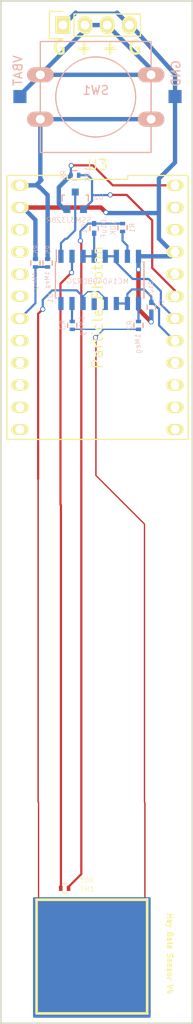
<source format=kicad_pcb>
(kicad_pcb (version 4) (host pcbnew 4.0.1-stable)

  (general
    (links 36)
    (no_connects 0)
    (area 123.470599 62.637599 145.566201 179.780001)
    (thickness 1.6)
    (drawings 25)
    (tracks 202)
    (zones 0)
    (modules 16)
    (nets 36)
  )

  (page A4)
  (layers
    (0 F.Cu signal)
    (1 In1.Cu signal)
    (2 In2.Cu signal)
    (31 B.Cu signal)
    (32 B.Adhes user)
    (33 F.Adhes user)
    (34 B.Paste user)
    (35 F.Paste user)
    (36 B.SilkS user)
    (37 F.SilkS user)
    (38 B.Mask user)
    (39 F.Mask user)
    (40 Dwgs.User user)
    (41 Cmts.User user)
    (42 Eco1.User user)
    (43 Eco2.User user)
    (44 Edge.Cuts user)
    (45 Margin user)
    (46 B.CrtYd user)
    (47 F.CrtYd user)
    (48 B.Fab user)
    (49 F.Fab user)
  )

  (setup
    (last_trace_width 0.25)
    (trace_clearance 0.2)
    (zone_clearance 0.508)
    (zone_45_only yes)
    (trace_min 0.1524)
    (segment_width 0.2)
    (edge_width 0.15)
    (via_size 0.6)
    (via_drill 0.4)
    (via_min_size 0.4)
    (via_min_drill 0.3)
    (uvia_size 0.3)
    (uvia_drill 0.1)
    (uvias_allowed no)
    (uvia_min_size 0.2)
    (uvia_min_drill 0.1)
    (pcb_text_width 0.3)
    (pcb_text_size 1.5 1.5)
    (mod_edge_width 0.15)
    (mod_text_size 0.254 0.254)
    (mod_text_width 0.05)
    (pad_size 1.524 1.524)
    (pad_drill 0.762)
    (pad_to_mask_clearance 0.2)
    (aux_axis_origin 0 0)
    (visible_elements 7FFFFFFF)
    (pcbplotparams
      (layerselection 0x010f0_80000001)
      (usegerberextensions true)
      (excludeedgelayer true)
      (linewidth 0.100000)
      (plotframeref false)
      (viasonmask false)
      (mode 1)
      (useauxorigin false)
      (hpglpennumber 1)
      (hpglpenspeed 20)
      (hpglpendiameter 15)
      (hpglpenoverlay 2)
      (psnegative false)
      (psa4output false)
      (plotreference true)
      (plotvalue true)
      (plotinvisibletext false)
      (padsonsilk false)
      (subtractmaskfromsilk false)
      (outputformat 1)
      (mirror false)
      (drillshape 0)
      (scaleselection 1)
      (outputdirectory C:/Users/rch0012/Dropbox/haybale/haybale_v3/v3_gerbers/))
  )

  (net 0 "")
  (net 1 "Net-(C1-Pad1)")
  (net 2 "Net-(C1-Pad2)")
  (net 3 VDD)
  (net 4 GND)
  (net 5 "Net-(R1-Pad1)")
  (net 6 "Net-(TH1-Pad1)")
  (net 7 "Net-(U1-Pad13)")
  (net 8 "Net-(U1-Pad16)")
  (net 9 "Net-(R2-Pad1)")
  (net 10 "Net-(R3-Pad1)")
  (net 11 /Cap2)
  (net 12 /Cap1)
  (net 13 "Net-(U1-Pad1)")
  (net 14 "Net-(P2-Pad1)")
  (net 15 "Net-(U3-Pad23)")
  (net 16 "Net-(U3-Pad22)")
  (net 17 "Net-(U3-Pad3)")
  (net 18 "Net-(U3-Pad4)")
  (net 19 "Net-(U3-Pad20)")
  (net 20 "Net-(U3-Pad5)")
  (net 21 "Net-(U3-Pad6)")
  (net 22 "Net-(U3-Pad8)")
  (net 23 "Net-(U3-Pad16)")
  (net 24 "Net-(U3-Pad9)")
  (net 25 "Net-(U3-Pad10)")
  (net 26 "Net-(U3-Pad11)")
  (net 27 "Net-(U3-Pad12)")
  (net 28 "Net-(R4-Pad1)")
  (net 29 "Net-(U1-Pad5)")
  (net 30 "Net-(U3-Pad15)")
  (net 31 "Net-(U3-Pad14)")
  (net 32 "Net-(U3-Pad13)")
  (net 33 "Net-(C2-Pad2)")
  (net 34 "Net-(R5-Pad1)")
  (net 35 +3V3)

  (net_class Default "This is the default net class."
    (clearance 0.2)
    (trace_width 0.25)
    (via_dia 0.6)
    (via_drill 0.4)
    (uvia_dia 0.3)
    (uvia_drill 0.1)
    (add_net +3V3)
    (add_net "Net-(C1-Pad1)")
    (add_net "Net-(C1-Pad2)")
    (add_net "Net-(C2-Pad2)")
    (add_net "Net-(R1-Pad1)")
    (add_net "Net-(R2-Pad1)")
    (add_net "Net-(R3-Pad1)")
    (add_net "Net-(R4-Pad1)")
    (add_net "Net-(R5-Pad1)")
    (add_net "Net-(TH1-Pad1)")
    (add_net "Net-(U1-Pad1)")
    (add_net "Net-(U1-Pad13)")
    (add_net "Net-(U1-Pad16)")
    (add_net "Net-(U1-Pad5)")
    (add_net "Net-(U3-Pad10)")
    (add_net "Net-(U3-Pad11)")
    (add_net "Net-(U3-Pad12)")
    (add_net "Net-(U3-Pad13)")
    (add_net "Net-(U3-Pad14)")
    (add_net "Net-(U3-Pad15)")
    (add_net "Net-(U3-Pad16)")
    (add_net "Net-(U3-Pad20)")
    (add_net "Net-(U3-Pad22)")
    (add_net "Net-(U3-Pad23)")
    (add_net "Net-(U3-Pad3)")
    (add_net "Net-(U3-Pad4)")
    (add_net "Net-(U3-Pad5)")
    (add_net "Net-(U3-Pad6)")
    (add_net "Net-(U3-Pad8)")
    (add_net "Net-(U3-Pad9)")
  )

  (net_class cap ""
    (clearance 0.2)
    (trace_width 0.1524)
    (via_dia 0.6)
    (via_drill 0.4)
    (uvia_dia 0.3)
    (uvia_drill 0.1)
    (add_net /Cap1)
    (add_net /Cap2)
  )

  (net_class power ""
    (clearance 0.2)
    (trace_width 0.5)
    (via_dia 0.6)
    (via_drill 0.4)
    (uvia_dia 0.3)
    (uvia_drill 0.1)
    (add_net GND)
    (add_net "Net-(P2-Pad1)")
    (add_net VDD)
  )

  (module Buttons_Switches_ThroughHole:SW_PUSH-12mm (layer B.Cu) (tedit 57F2B175) (tstamp 57E19D5E)
    (at 134.4168 73.7108 180)
    (path /57E1BF97)
    (fp_text reference SW1 (at 0 0.762 180) (layer B.SilkS)
      (effects (font (size 1 1) (thickness 0.15)) (justify mirror))
    )
    (fp_text value SPST (at 0 -1.016 180) (layer B.Fab)
      (effects (font (size 1 1) (thickness 0.15)) (justify mirror))
    )
    (fp_circle (center 0 0) (end 3.81 -2.54) (layer B.SilkS) (width 0.15))
    (fp_line (start -6.35 6.35) (end 6.35 6.35) (layer B.SilkS) (width 0.15))
    (fp_line (start 6.35 6.35) (end 6.35 -6.35) (layer B.SilkS) (width 0.15))
    (fp_line (start 6.35 -6.35) (end -6.35 -6.35) (layer B.SilkS) (width 0.15))
    (fp_line (start -6.35 -6.35) (end -6.35 6.35) (layer B.SilkS) (width 0.15))
    (pad 1 thru_hole oval (at 6.35 2.54 180) (size 3.048 1.7272) (drill 1.016) (layers *.Cu *.Mask B.SilkS)
      (net 14 "Net-(P2-Pad1)"))
    (pad 2 thru_hole oval (at 6.35 -2.54 180) (size 3.048 1.7272) (drill 1.016) (layers *.Cu *.Mask B.SilkS)
      (net 3 VDD))
    (pad 1 thru_hole oval (at -6.35 2.54 180) (size 3.048 1.7272) (drill 1.016) (layers *.Cu *.Mask B.SilkS)
      (net 14 "Net-(P2-Pad1)"))
    (pad 2 thru_hole oval (at -6.35 -2.54 180) (size 3.048 1.7272) (drill 1.016) (layers *.Cu *.Mask B.SilkS)
      (net 3 VDD))
    (model Buttons_Switches_ThroughHole.3dshapes/SW_PUSH-12mm.wrl
      (at (xyz 0 0 0))
      (scale (xyz 4 4 4))
      (rotate (xyz 0 0 0))
    )
  )

  (module Capacitors_SMD:C_0402 (layer B.Cu) (tedit 579104C2) (tstamp 578FC9FB)
    (at 134.239 88.7476 90)
    (descr "Capacitor SMD 0402, reflow soldering, AVX (see smccp.pdf)")
    (tags "capacitor 0402")
    (path /57680C98)
    (attr smd)
    (fp_text reference C1 (at -0.02594 -1.13248 90) (layer B.SilkS)
      (effects (font (size 0.6 0.6) (thickness 0.05)) (justify mirror))
    )
    (fp_text value .01uF (at 0.10106 1.08494 90) (layer B.SilkS)
      (effects (font (size 0.6 0.6) (thickness 0.05)) (justify mirror))
    )
    (fp_line (start -1.15 0.6) (end 1.15 0.6) (layer B.CrtYd) (width 0.05))
    (fp_line (start -1.15 -0.6) (end 1.15 -0.6) (layer B.CrtYd) (width 0.05))
    (fp_line (start -1.15 0.6) (end -1.15 -0.6) (layer B.CrtYd) (width 0.05))
    (fp_line (start 1.15 0.6) (end 1.15 -0.6) (layer B.CrtYd) (width 0.05))
    (fp_line (start 0.25 0.475) (end -0.25 0.475) (layer B.SilkS) (width 0.15))
    (fp_line (start -0.25 -0.475) (end 0.25 -0.475) (layer B.SilkS) (width 0.15))
    (pad 1 smd rect (at -0.55 0 90) (size 0.6 0.5) (layers B.Cu B.Paste B.Mask)
      (net 1 "Net-(C1-Pad1)"))
    (pad 2 smd rect (at 0.55 0 90) (size 0.6 0.5) (layers B.Cu B.Paste B.Mask)
      (net 2 "Net-(C1-Pad2)"))
    (model Capacitors_SMD.3dshapes/C_0402.wrl
      (at (xyz 0 0 0))
      (scale (xyz 1 1 1))
      (rotate (xyz 0 0 0))
    )
  )

  (module Resistors_SMD:R_0402 (layer B.Cu) (tedit 579104C8) (tstamp 578FCA2E)
    (at 137.4902 88.646 90)
    (descr "Resistor SMD 0402, reflow soldering, Vishay (see dcrcw.pdf)")
    (tags "resistor 0402")
    (path /57680AF4)
    (attr smd)
    (fp_text reference R1 (at -0.06022 1.1097 90) (layer B.SilkS)
      (effects (font (size 0.6 0.6) (thickness 0.05)) (justify mirror))
    )
    (fp_text value 10K (at -0.03736 -1.09502 90) (layer B.SilkS)
      (effects (font (size 0.6 0.6) (thickness 0.05)) (justify mirror))
    )
    (fp_line (start -0.95 0.65) (end 0.95 0.65) (layer B.CrtYd) (width 0.05))
    (fp_line (start -0.95 -0.65) (end 0.95 -0.65) (layer B.CrtYd) (width 0.05))
    (fp_line (start -0.95 0.65) (end -0.95 -0.65) (layer B.CrtYd) (width 0.05))
    (fp_line (start 0.95 0.65) (end 0.95 -0.65) (layer B.CrtYd) (width 0.05))
    (fp_line (start 0.25 0.525) (end -0.25 0.525) (layer B.SilkS) (width 0.15))
    (fp_line (start -0.25 -0.525) (end 0.25 -0.525) (layer B.SilkS) (width 0.15))
    (pad 1 smd rect (at -0.45 0 90) (size 0.4 0.6) (layers B.Cu B.Paste B.Mask)
      (net 5 "Net-(R1-Pad1)"))
    (pad 2 smd rect (at 0.45 0 90) (size 0.4 0.6) (layers B.Cu B.Paste B.Mask)
      (net 2 "Net-(C1-Pad2)"))
    (model Resistors_SMD.3dshapes/R_0402.wrl
      (at (xyz 0 0 0))
      (scale (xyz 1 1 1))
      (rotate (xyz 0 0 0))
    )
  )

  (module Resistors_SMD:R_0402 (layer F.Cu) (tedit 57E1A1E4) (tstamp 578FCA3A)
    (at 130.8608 164.2618)
    (descr "Resistor SMD 0402, reflow soldering, Vishay (see dcrcw.pdf)")
    (tags "resistor 0402")
    (path /57680BD3)
    (attr smd)
    (fp_text reference TH1 (at 2.58 0.09) (layer F.SilkS)
      (effects (font (size 0.6 0.6) (thickness 0.05)))
    )
    (fp_text value 10K (at 2.5654 -0.9398) (layer F.SilkS)
      (effects (font (size 0.6 0.6) (thickness 0.05)))
    )
    (fp_line (start -0.95 -0.65) (end 0.95 -0.65) (layer F.CrtYd) (width 0.05))
    (fp_line (start -0.95 0.65) (end 0.95 0.65) (layer F.CrtYd) (width 0.05))
    (fp_line (start -0.95 -0.65) (end -0.95 0.65) (layer F.CrtYd) (width 0.05))
    (fp_line (start 0.95 -0.65) (end 0.95 0.65) (layer F.CrtYd) (width 0.05))
    (fp_line (start 0.25 -0.525) (end -0.25 -0.525) (layer F.SilkS) (width 0.15))
    (fp_line (start -0.25 0.525) (end 0.25 0.525) (layer F.SilkS) (width 0.15))
    (pad 1 smd rect (at -0.45 0) (size 0.4 0.6) (layers F.Cu F.Paste F.Mask)
      (net 6 "Net-(TH1-Pad1)"))
    (pad 2 smd rect (at 0.45 0) (size 0.4 0.6) (layers F.Cu F.Paste F.Mask)
      (net 2 "Net-(C1-Pad2)"))
    (model Resistors_SMD.3dshapes/R_0402.wrl
      (at (xyz 0 0 0))
      (scale (xyz 1 1 1))
      (rotate (xyz 0 0 0))
    )
  )

  (module Housings_SOIC:SOIC-16_3.9x9.9mm_Pitch1.27mm (layer B.Cu) (tedit 5792410E) (tstamp 578FCA59)
    (at 134.874 94.6404 270)
    (descr "16-Lead Plastic Small Outline (SL) - Narrow, 3.90 mm Body [SOIC] (see Microchip Packaging Specification 00000049BS.pdf)")
    (tags "SOIC 1.27")
    (path /576815FB)
    (attr smd)
    (fp_text reference U1 (at 2.0778 5.659 270) (layer B.SilkS)
      (effects (font (size 0.6 0.6) (thickness 0.05)) (justify mirror))
    )
    (fp_text value MC14049BDR2G (at 0.17 0.22 360) (layer B.SilkS)
      (effects (font (size 0.6 0.6) (thickness 0.05)) (justify mirror))
    )
    (fp_line (start -3.7 5.25) (end -3.7 -5.25) (layer B.CrtYd) (width 0.05))
    (fp_line (start 3.7 5.25) (end 3.7 -5.25) (layer B.CrtYd) (width 0.05))
    (fp_line (start -3.7 5.25) (end 3.7 5.25) (layer B.CrtYd) (width 0.05))
    (fp_line (start -3.7 -5.25) (end 3.7 -5.25) (layer B.CrtYd) (width 0.05))
    (fp_line (start -2.075 5.075) (end -2.075 4.97) (layer B.SilkS) (width 0.15))
    (fp_line (start 2.075 5.075) (end 2.075 4.97) (layer B.SilkS) (width 0.15))
    (fp_line (start 2.075 -5.075) (end 2.075 -4.97) (layer B.SilkS) (width 0.15))
    (fp_line (start -2.075 -5.075) (end -2.075 -4.97) (layer B.SilkS) (width 0.15))
    (fp_line (start -2.075 5.075) (end 2.075 5.075) (layer B.SilkS) (width 0.15))
    (fp_line (start -2.075 -5.075) (end 2.075 -5.075) (layer B.SilkS) (width 0.15))
    (fp_line (start -2.075 4.97) (end -3.45 4.97) (layer B.SilkS) (width 0.15))
    (pad 1 smd rect (at -2.7 4.445 270) (size 1.5 0.6) (layers B.Cu B.Paste B.Mask)
      (net 13 "Net-(U1-Pad1)"))
    (pad 2 smd rect (at -2.7 3.175 270) (size 1.5 0.6) (layers B.Cu B.Paste B.Mask)
      (net 6 "Net-(TH1-Pad1)"))
    (pad 3 smd rect (at -2.7 1.905 270) (size 1.5 0.6) (layers B.Cu B.Paste B.Mask)
      (net 1 "Net-(C1-Pad1)"))
    (pad 4 smd rect (at -2.7 0.635 270) (size 1.5 0.6) (layers B.Cu B.Paste B.Mask)
      (net 1 "Net-(C1-Pad1)"))
    (pad 5 smd rect (at -2.7 -0.635 270) (size 1.5 0.6) (layers B.Cu B.Paste B.Mask)
      (net 29 "Net-(U1-Pad5)"))
    (pad 6 smd rect (at -2.7 -1.905 270) (size 1.5 0.6) (layers B.Cu B.Paste B.Mask)
      (net 29 "Net-(U1-Pad5)"))
    (pad 7 smd rect (at -2.7 -3.175 270) (size 1.5 0.6) (layers B.Cu B.Paste B.Mask)
      (net 5 "Net-(R1-Pad1)"))
    (pad 8 smd rect (at -2.7 -4.445 270) (size 1.5 0.6) (layers B.Cu B.Paste B.Mask)
      (net 4 GND))
    (pad 9 smd rect (at 2.7 -4.445 270) (size 1.5 0.6) (layers B.Cu B.Paste B.Mask)
      (net 9 "Net-(R2-Pad1)"))
    (pad 10 smd rect (at 2.7 -3.175 270) (size 1.5 0.6) (layers B.Cu B.Paste B.Mask)
      (net 33 "Net-(C2-Pad2)"))
    (pad 11 smd rect (at 2.7 -1.905 270) (size 1.5 0.6) (layers B.Cu B.Paste B.Mask)
      (net 33 "Net-(C2-Pad2)"))
    (pad 12 smd rect (at 2.7 -0.635 270) (size 1.5 0.6) (layers B.Cu B.Paste B.Mask)
      (net 12 /Cap1))
    (pad 13 smd rect (at 2.7 0.635 270) (size 1.5 0.6) (layers B.Cu B.Paste B.Mask)
      (net 7 "Net-(U1-Pad13)"))
    (pad 14 smd rect (at 2.7 1.905 270) (size 1.5 0.6) (layers B.Cu B.Paste B.Mask)
      (net 12 /Cap1))
    (pad 15 smd rect (at 2.7 3.175 270) (size 1.5 0.6) (layers B.Cu B.Paste B.Mask)
      (net 10 "Net-(R3-Pad1)"))
    (pad 16 smd rect (at 2.7 4.445 270) (size 1.5 0.6) (layers B.Cu B.Paste B.Mask)
      (net 8 "Net-(U1-Pad16)"))
    (model Housings_SOIC.3dshapes/SOIC-16_3.9x9.9mm_Pitch1.27mm.wrl
      (at (xyz 0 0 0))
      (scale (xyz 1 1 1))
      (rotate (xyz 0 0 0))
    )
  )

  (module Resistors_SMD:R_0402 (layer B.Cu) (tedit 57F2AF4C) (tstamp 578FE397)
    (at 139.319 99.8474 270)
    (descr "Resistor SMD 0402, reflow soldering, Vishay (see dcrcw.pdf)")
    (tags "resistor 0402")
    (path /578FDCAE)
    (attr smd)
    (fp_text reference R2 (at 0.01024 1.0077 270) (layer B.SilkS)
      (effects (font (size 0.6 0.6) (thickness 0.05)) (justify mirror))
    )
    (fp_text value 1Meg (at 2.0828 0.0762 270) (layer B.SilkS)
      (effects (font (size 0.6 0.6) (thickness 0.05)) (justify mirror))
    )
    (fp_line (start -0.95 0.65) (end 0.95 0.65) (layer B.CrtYd) (width 0.05))
    (fp_line (start -0.95 -0.65) (end 0.95 -0.65) (layer B.CrtYd) (width 0.05))
    (fp_line (start -0.95 0.65) (end -0.95 -0.65) (layer B.CrtYd) (width 0.05))
    (fp_line (start 0.95 0.65) (end 0.95 -0.65) (layer B.CrtYd) (width 0.05))
    (fp_line (start 0.25 0.525) (end -0.25 0.525) (layer B.SilkS) (width 0.15))
    (fp_line (start -0.25 -0.525) (end 0.25 -0.525) (layer B.SilkS) (width 0.15))
    (pad 1 smd rect (at -0.45 0 270) (size 0.4 0.6) (layers B.Cu B.Paste B.Mask)
      (net 9 "Net-(R2-Pad1)"))
    (pad 2 smd rect (at 0.45 0 270) (size 0.4 0.6) (layers B.Cu B.Paste B.Mask)
      (net 11 /Cap2))
    (model Resistors_SMD.3dshapes/R_0402.wrl
      (at (xyz 0 0 0))
      (scale (xyz 1 1 1))
      (rotate (xyz 0 0 0))
    )
  )

  (module Resistors_SMD:R_0402 (layer B.Cu) (tedit 579104DE) (tstamp 578FE3A3)
    (at 131.7244 99.8474 270)
    (descr "Resistor SMD 0402, reflow soldering, Vishay (see dcrcw.pdf)")
    (tags "resistor 0402")
    (path /578FDE91)
    (attr smd)
    (fp_text reference R3 (at -0.04564 1.08152 270) (layer B.SilkS)
      (effects (font (size 0.6 0.6) (thickness 0.05)) (justify mirror))
    )
    (fp_text value 1Meg (at 0.05596 -1.10034 270) (layer B.SilkS)
      (effects (font (size 0.6 0.6) (thickness 0.05)) (justify mirror))
    )
    (fp_line (start -0.95 0.65) (end 0.95 0.65) (layer B.CrtYd) (width 0.05))
    (fp_line (start -0.95 -0.65) (end 0.95 -0.65) (layer B.CrtYd) (width 0.05))
    (fp_line (start -0.95 0.65) (end -0.95 -0.65) (layer B.CrtYd) (width 0.05))
    (fp_line (start 0.95 0.65) (end 0.95 -0.65) (layer B.CrtYd) (width 0.05))
    (fp_line (start 0.25 0.525) (end -0.25 0.525) (layer B.SilkS) (width 0.15))
    (fp_line (start -0.25 -0.525) (end 0.25 -0.525) (layer B.SilkS) (width 0.15))
    (pad 1 smd rect (at -0.45 0 270) (size 0.4 0.6) (layers B.Cu B.Paste B.Mask)
      (net 10 "Net-(R3-Pad1)"))
    (pad 2 smd rect (at 0.45 0 270) (size 0.4 0.6) (layers B.Cu B.Paste B.Mask)
      (net 11 /Cap2))
    (model Resistors_SMD.3dshapes/R_0402.wrl
      (at (xyz 0 0 0))
      (scale (xyz 1 1 1))
      (rotate (xyz 0 0 0))
    )
  )

  (module Resistors_SMD:R_0402 (layer B.Cu) (tedit 579103E8) (tstamp 5791006C)
    (at 132.0165 82.6643 180)
    (descr "Resistor SMD 0402, reflow soldering, Vishay (see dcrcw.pdf)")
    (tags "resistor 0402")
    (path /579103C3)
    (attr smd)
    (fp_text reference R4 (at 1.30048 -0.02032 270) (layer B.SilkS)
      (effects (font (size 0.6 0.6) (thickness 0.05)) (justify mirror))
    )
    (fp_text value 10K (at -1.46304 0.1016 270) (layer B.SilkS)
      (effects (font (size 0.6 0.6) (thickness 0.05)) (justify mirror))
    )
    (fp_line (start -0.95 0.65) (end 0.95 0.65) (layer B.CrtYd) (width 0.05))
    (fp_line (start -0.95 -0.65) (end 0.95 -0.65) (layer B.CrtYd) (width 0.05))
    (fp_line (start -0.95 0.65) (end -0.95 -0.65) (layer B.CrtYd) (width 0.05))
    (fp_line (start 0.95 0.65) (end 0.95 -0.65) (layer B.CrtYd) (width 0.05))
    (fp_line (start 0.25 0.525) (end -0.25 0.525) (layer B.SilkS) (width 0.15))
    (fp_line (start -0.25 -0.525) (end 0.25 -0.525) (layer B.SilkS) (width 0.15))
    (pad 1 smd rect (at -0.45 0 180) (size 0.4 0.6) (layers B.Cu B.Paste B.Mask)
      (net 28 "Net-(R4-Pad1)"))
    (pad 2 smd rect (at 0.45 0 180) (size 0.4 0.6) (layers B.Cu B.Paste B.Mask)
      (net 35 +3V3))
    (model Resistors_SMD.3dshapes/R_0402.wrl
      (at (xyz 0 0 0))
      (scale (xyz 1 1 1))
      (rotate (xyz 0 0 0))
    )
  )

  (module TO_SOT_Packages_SMD:SOT-23 (layer B.Cu) (tedit 57F2C003) (tstamp 57910073)
    (at 132.0673 85.5853 180)
    (descr "SOT-23, Standard")
    (tags SOT-23)
    (path /579101BF)
    (attr smd)
    (fp_text reference U2 (at -2.6924 0.4318 180) (layer B.SilkS)
      (effects (font (size 0.6 0.6) (thickness 0.05)) (justify mirror))
    )
    (fp_text value SSM3J328R (at 0.7366 -2.2098 360) (layer B.SilkS)
      (effects (font (size 0.6 0.6) (thickness 0.05)) (justify mirror))
    )
    (fp_line (start -1.65 1.6) (end 1.65 1.6) (layer B.CrtYd) (width 0.05))
    (fp_line (start 1.65 1.6) (end 1.65 -1.6) (layer B.CrtYd) (width 0.05))
    (fp_line (start 1.65 -1.6) (end -1.65 -1.6) (layer B.CrtYd) (width 0.05))
    (fp_line (start -1.65 -1.6) (end -1.65 1.6) (layer B.CrtYd) (width 0.05))
    (fp_line (start 1.29916 0.65024) (end 1.2509 0.65024) (layer B.SilkS) (width 0.15))
    (fp_line (start -1.49982 -0.0508) (end -1.49982 0.65024) (layer B.SilkS) (width 0.15))
    (fp_line (start -1.49982 0.65024) (end -1.2509 0.65024) (layer B.SilkS) (width 0.15))
    (fp_line (start 1.29916 0.65024) (end 1.49982 0.65024) (layer B.SilkS) (width 0.15))
    (fp_line (start 1.49982 0.65024) (end 1.49982 -0.0508) (layer B.SilkS) (width 0.15))
    (pad 1 smd rect (at -0.95 -1.00076 180) (size 0.8001 0.8001) (layers B.Cu B.Paste B.Mask)
      (net 28 "Net-(R4-Pad1)"))
    (pad 2 smd rect (at 0.95 -1.00076 180) (size 0.8001 0.8001) (layers B.Cu B.Paste B.Mask)
      (net 35 +3V3))
    (pad 3 smd rect (at 0 0.99822 180) (size 0.8001 0.8001) (layers B.Cu B.Paste B.Mask)
      (net 13 "Net-(U1-Pad1)"))
    (model TO_SOT_Packages_SMD.3dshapes/SOT-23.wrl
      (at (xyz 0 0 0))
      (scale (xyz 1 1 1))
      (rotate (xyz 0 0 0))
    )
  )

  (module Pin_Headers:Pin_Header_Straight_1x04 (layer F.Cu) (tedit 57F2B2CE) (tstamp 57E2B42A)
    (at 130.6576 65.4812 90)
    (descr "Through hole pin header")
    (tags "pin header")
    (path /57E2BA98)
    (fp_text reference P5 (at 0.0762 0.127 90) (layer F.Fab)
      (effects (font (size 1 1) (thickness 0.15)))
    )
    (fp_text value CONN_01X04 (at 0.9398 -4.3688 180) (layer F.Fab)
      (effects (font (size 0.508 0.508) (thickness 0.127)))
    )
    (fp_line (start -1.75 -1.75) (end -1.75 9.4) (layer F.CrtYd) (width 0.05))
    (fp_line (start 1.75 -1.75) (end 1.75 9.4) (layer F.CrtYd) (width 0.05))
    (fp_line (start -1.75 -1.75) (end 1.75 -1.75) (layer F.CrtYd) (width 0.05))
    (fp_line (start -1.75 9.4) (end 1.75 9.4) (layer F.CrtYd) (width 0.05))
    (fp_line (start -1.27 1.27) (end -1.27 8.89) (layer F.SilkS) (width 0.15))
    (fp_line (start 1.27 1.27) (end 1.27 8.89) (layer F.SilkS) (width 0.15))
    (fp_line (start 1.55 -1.55) (end 1.55 0) (layer F.SilkS) (width 0.15))
    (fp_line (start -1.27 8.89) (end 1.27 8.89) (layer F.SilkS) (width 0.15))
    (fp_line (start 1.27 1.27) (end -1.27 1.27) (layer F.SilkS) (width 0.15))
    (fp_line (start -1.55 0) (end -1.55 -1.55) (layer F.SilkS) (width 0.15))
    (fp_line (start -1.55 -1.55) (end 1.55 -1.55) (layer F.SilkS) (width 0.15))
    (pad 1 thru_hole rect (at 0 0 90) (size 2.032 1.7272) (drill 1.016) (layers *.Cu *.Mask F.SilkS)
      (net 4 GND))
    (pad 2 thru_hole oval (at 0 2.54 90) (size 2.032 1.7272) (drill 1.016) (layers *.Cu *.Mask F.SilkS)
      (net 14 "Net-(P2-Pad1)"))
    (pad 3 thru_hole oval (at 0 5.08 90) (size 2.032 1.7272) (drill 1.016) (layers *.Cu *.Mask F.SilkS)
      (net 14 "Net-(P2-Pad1)"))
    (pad 4 thru_hole oval (at 0 7.62 90) (size 2.032 1.7272) (drill 1.016) (layers *.Cu *.Mask F.SilkS)
      (net 4 GND))
    (model Pin_Headers.3dshapes/Pin_Header_Straight_1x04.wrl
      (at (xyz 0 -0.15 0))
      (scale (xyz 1 1 1))
      (rotate (xyz 0 0 90))
    )
  )

  (module Capacitors_SMD:C_0402 (layer B.Cu) (tedit 57F2C023) (tstamp 57F2AC3B)
    (at 140.7922 97.7646 90)
    (descr "Capacitor SMD 0402, reflow soldering, AVX (see smccp.pdf)")
    (tags "capacitor 0402")
    (path /57F2D133)
    (attr smd)
    (fp_text reference C2 (at 0.381 1.143 90) (layer B.SilkS)
      (effects (font (size 0.508 0.508) (thickness 0.0508)) (justify mirror))
    )
    (fp_text value .01uF (at 2.2098 -0.0254 90) (layer B.SilkS)
      (effects (font (size 0.508 0.508) (thickness 0.0508)) (justify mirror))
    )
    (fp_line (start -0.5 -0.25) (end -0.5 0.25) (layer B.Fab) (width 0.15))
    (fp_line (start 0.5 -0.25) (end -0.5 -0.25) (layer B.Fab) (width 0.15))
    (fp_line (start 0.5 0.25) (end 0.5 -0.25) (layer B.Fab) (width 0.15))
    (fp_line (start -0.5 0.25) (end 0.5 0.25) (layer B.Fab) (width 0.15))
    (fp_line (start -1.15 0.6) (end 1.15 0.6) (layer B.CrtYd) (width 0.05))
    (fp_line (start -1.15 -0.6) (end 1.15 -0.6) (layer B.CrtYd) (width 0.05))
    (fp_line (start -1.15 0.6) (end -1.15 -0.6) (layer B.CrtYd) (width 0.05))
    (fp_line (start 1.15 0.6) (end 1.15 -0.6) (layer B.CrtYd) (width 0.05))
    (fp_line (start 0.25 0.475) (end -0.25 0.475) (layer B.SilkS) (width 0.15))
    (fp_line (start -0.25 -0.475) (end 0.25 -0.475) (layer B.SilkS) (width 0.15))
    (pad 1 smd rect (at -0.55 0 90) (size 0.6 0.5) (layers B.Cu B.Paste B.Mask)
      (net 4 GND))
    (pad 2 smd rect (at 0.55 0 90) (size 0.6 0.5) (layers B.Cu B.Paste B.Mask)
      (net 33 "Net-(C2-Pad2)"))
    (model Capacitors_SMD.3dshapes/C_0402.wrl
      (at (xyz 0 0 0))
      (scale (xyz 1 1 1))
      (rotate (xyz 0 0 0))
    )
  )

  (module Resistors_SMD:R_0402 (layer B.Cu) (tedit 57F2C070) (tstamp 57F2AC41)
    (at 128.905 92.71 90)
    (descr "Resistor SMD 0402, reflow soldering, Vishay (see dcrcw.pdf)")
    (tags "resistor 0402")
    (path /57F2BCEC)
    (attr smd)
    (fp_text reference R5 (at 1.5494 0.0762 90) (layer B.SilkS)
      (effects (font (size 0.508 0.508) (thickness 0.0508)) (justify mirror))
    )
    (fp_text value 1Meg (at -1.9304 -0.0762 90) (layer B.SilkS)
      (effects (font (size 0.508 0.508) (thickness 0.0508)) (justify mirror))
    )
    (fp_line (start -0.95 0.65) (end 0.95 0.65) (layer B.CrtYd) (width 0.05))
    (fp_line (start -0.95 -0.65) (end 0.95 -0.65) (layer B.CrtYd) (width 0.05))
    (fp_line (start -0.95 0.65) (end -0.95 -0.65) (layer B.CrtYd) (width 0.05))
    (fp_line (start 0.95 0.65) (end 0.95 -0.65) (layer B.CrtYd) (width 0.05))
    (fp_line (start 0.25 0.525) (end -0.25 0.525) (layer B.SilkS) (width 0.15))
    (fp_line (start -0.25 -0.525) (end 0.25 -0.525) (layer B.SilkS) (width 0.15))
    (pad 1 smd rect (at -0.45 0 90) (size 0.4 0.6) (layers B.Cu B.Paste B.Mask)
      (net 34 "Net-(R5-Pad1)"))
    (pad 2 smd rect (at 0.45 0 90) (size 0.4 0.6) (layers B.Cu B.Paste B.Mask)
      (net 3 VDD))
    (model Resistors_SMD.3dshapes/R_0402.wrl
      (at (xyz 0 0 0))
      (scale (xyz 1 1 1))
      (rotate (xyz 0 0 0))
    )
  )

  (module Resistors_SMD:R_0402 (layer B.Cu) (tedit 57F2C075) (tstamp 57F2AC47)
    (at 127.508 92.71 90)
    (descr "Resistor SMD 0402, reflow soldering, Vishay (see dcrcw.pdf)")
    (tags "resistor 0402")
    (path /57F2C1FB)
    (attr smd)
    (fp_text reference R6 (at 1.5748 0.0508 90) (layer B.SilkS)
      (effects (font (size 0.508 0.508) (thickness 0.0508)) (justify mirror))
    )
    (fp_text value 1Meg (at -2.032 -0.0762 90) (layer B.SilkS)
      (effects (font (size 0.508 0.508) (thickness 0.0508)) (justify mirror))
    )
    (fp_line (start -0.95 0.65) (end 0.95 0.65) (layer B.CrtYd) (width 0.05))
    (fp_line (start -0.95 -0.65) (end 0.95 -0.65) (layer B.CrtYd) (width 0.05))
    (fp_line (start -0.95 0.65) (end -0.95 -0.65) (layer B.CrtYd) (width 0.05))
    (fp_line (start 0.95 0.65) (end 0.95 -0.65) (layer B.CrtYd) (width 0.05))
    (fp_line (start 0.25 0.525) (end -0.25 0.525) (layer B.SilkS) (width 0.15))
    (fp_line (start -0.25 -0.525) (end 0.25 -0.525) (layer B.SilkS) (width 0.15))
    (pad 1 smd rect (at -0.45 0 90) (size 0.4 0.6) (layers B.Cu B.Paste B.Mask)
      (net 34 "Net-(R5-Pad1)"))
    (pad 2 smd rect (at 0.45 0 90) (size 0.4 0.6) (layers B.Cu B.Paste B.Mask)
      (net 4 GND))
    (model Resistors_SMD.3dshapes/R_0402.wrl
      (at (xyz 0 0 0))
      (scale (xyz 1 1 1))
      (rotate (xyz 0 0 0))
    )
  )

  (module "kicad footprints:Particle-Photon" (layer F.Cu) (tedit 57F2A788) (tstamp 57F2AEE2)
    (at 134.62 97.79 270)
    (path /57E19034)
    (fp_text reference U3 (at -16.305 0 360) (layer F.SilkS)
      (effects (font (size 1.2 1.2) (thickness 0.15)))
    )
    (fp_text value Particle_Photon (at 0 0 270) (layer F.SilkS)
      (effects (font (size 1.2 1.2) (thickness 0.15)))
    )
    (fp_line (start -15.105 10.39) (end 15.105 10.39) (layer F.SilkS) (width 0.15))
    (fp_line (start 15.105 10.39) (end 15.105 -10.39) (layer F.SilkS) (width 0.15))
    (fp_line (start 15.105 -10.39) (end -15.105 -10.39) (layer F.SilkS) (width 0.15))
    (fp_line (start -15.105 -10.39) (end -15.105 -3.463333) (layer F.SilkS) (width 0.15))
    (fp_line (start -15.105 -3.463333) (end -14.655 -3.463333) (layer F.SilkS) (width 0.15))
    (fp_line (start -14.655 -3.463333) (end -14.655 3.463333) (layer F.SilkS) (width 0.15))
    (fp_line (start -14.655 3.463333) (end -15.105 3.463333) (layer F.SilkS) (width 0.15))
    (fp_line (start -15.105 3.463333) (end -15.105 10.39) (layer F.SilkS) (width 0.15))
    (pad 24 thru_hole oval (at -13.97 -8.89 270) (size 1.27 2) (drill 1.016) (layers *.Cu *.Mask F.SilkS)
      (net 35 +3V3))
    (pad 1 thru_hole oval (at -13.97 8.89 270) (size 1.27 2) (drill 1.016) (layers *.Cu *.Mask F.SilkS)
      (net 3 VDD))
    (pad 23 thru_hole oval (at -11.43 -8.89 270) (size 1.27 2) (drill 1.016) (layers *.Cu *.Mask F.SilkS)
      (net 15 "Net-(U3-Pad23)"))
    (pad 2 thru_hole oval (at -11.43 8.89 270) (size 1.27 2) (drill 1.016) (layers *.Cu *.Mask F.SilkS)
      (net 4 GND))
    (pad 22 thru_hole oval (at -8.89 -8.89 270) (size 1.27 2) (drill 1.016) (layers *.Cu *.Mask F.SilkS)
      (net 16 "Net-(U3-Pad22)"))
    (pad 3 thru_hole oval (at -8.89 8.89 270) (size 1.27 2) (drill 1.016) (layers *.Cu *.Mask F.SilkS)
      (net 17 "Net-(U3-Pad3)"))
    (pad 21 thru_hole oval (at -6.35 -8.89 270) (size 1.27 2) (drill 1.016) (layers *.Cu *.Mask F.SilkS)
      (net 4 GND))
    (pad 4 thru_hole oval (at -6.35 8.89 270) (size 1.27 2) (drill 1.016) (layers *.Cu *.Mask F.SilkS)
      (net 18 "Net-(U3-Pad4)"))
    (pad 20 thru_hole oval (at -3.81 -8.89 270) (size 1.27 2) (drill 1.016) (layers *.Cu *.Mask F.SilkS)
      (net 19 "Net-(U3-Pad20)"))
    (pad 5 thru_hole oval (at -3.81 8.89 270) (size 1.27 2) (drill 1.016) (layers *.Cu *.Mask F.SilkS)
      (net 20 "Net-(U3-Pad5)"))
    (pad 19 thru_hole oval (at -1.27 -8.89 270) (size 1.27 2) (drill 1.016) (layers *.Cu *.Mask F.SilkS)
      (net 28 "Net-(R4-Pad1)"))
    (pad 6 thru_hole oval (at -1.27 8.89 270) (size 1.27 2) (drill 1.016) (layers *.Cu *.Mask F.SilkS)
      (net 21 "Net-(U3-Pad6)"))
    (pad 18 thru_hole oval (at 1.27 -8.89 270) (size 1.27 2) (drill 1.016) (layers *.Cu *.Mask F.SilkS)
      (net 29 "Net-(U1-Pad5)"))
    (pad 7 thru_hole oval (at 1.27 8.89 270) (size 1.27 2) (drill 1.016) (layers *.Cu *.Mask F.SilkS)
      (net 34 "Net-(R5-Pad1)"))
    (pad 17 thru_hole oval (at 3.81 -8.89 270) (size 1.27 2) (drill 1.016) (layers *.Cu *.Mask F.SilkS)
      (net 33 "Net-(C2-Pad2)"))
    (pad 8 thru_hole oval (at 3.81 8.89 270) (size 1.27 2) (drill 1.016) (layers *.Cu *.Mask F.SilkS)
      (net 22 "Net-(U3-Pad8)"))
    (pad 16 thru_hole oval (at 6.35 -8.89 270) (size 1.27 2) (drill 1.016) (layers *.Cu *.Mask F.SilkS)
      (net 23 "Net-(U3-Pad16)"))
    (pad 9 thru_hole oval (at 6.35 8.89 270) (size 1.27 2) (drill 1.016) (layers *.Cu *.Mask F.SilkS)
      (net 24 "Net-(U3-Pad9)"))
    (pad 15 thru_hole oval (at 8.89 -8.89 270) (size 1.27 2) (drill 1.016) (layers *.Cu *.Mask F.SilkS)
      (net 30 "Net-(U3-Pad15)"))
    (pad 10 thru_hole oval (at 8.89 8.89 270) (size 1.27 2) (drill 1.016) (layers *.Cu *.Mask F.SilkS)
      (net 25 "Net-(U3-Pad10)"))
    (pad 14 thru_hole oval (at 11.43 -8.89 270) (size 1.27 2) (drill 1.016) (layers *.Cu *.Mask F.SilkS)
      (net 31 "Net-(U3-Pad14)"))
    (pad 11 thru_hole oval (at 11.43 8.89 270) (size 1.27 2) (drill 1.016) (layers *.Cu *.Mask F.SilkS)
      (net 26 "Net-(U3-Pad11)"))
    (pad 13 thru_hole oval (at 13.97 -8.89 270) (size 1.27 2) (drill 1.016) (layers *.Cu *.Mask F.SilkS)
      (net 32 "Net-(U3-Pad13)"))
    (pad 12 thru_hole oval (at 13.97 8.89 270) (size 1.27 2) (drill 1.016) (layers *.Cu *.Mask F.SilkS)
      (net 27 "Net-(U3-Pad12)"))
  )

  (module Measurement_Points:Measurement_Point_Square-SMD-Pad_Small (layer B.Cu) (tedit 57F2BFE8) (tstamp 57F2AFBD)
    (at 125.73 73.66)
    (descr "Mesurement Point, Square, SMD Pad,  1.5mm x 1.5mm,")
    (tags "Mesurement Point Square SMD Pad 1.5x1.5mm")
    (path /57682706)
    (attr virtual)
    (fp_text reference P2 (at -0.4064 1.7018) (layer B.Fab)
      (effects (font (size 1 1) (thickness 0.15)) (justify mirror))
    )
    (fp_text value VBAT (at -0.2286 -2.9718 90) (layer B.SilkS)
      (effects (font (size 1 1) (thickness 0.15)) (justify mirror))
    )
    (fp_line (start -1 1) (end 1 1) (layer B.CrtYd) (width 0.05))
    (fp_line (start 1 1) (end 1 -1) (layer B.CrtYd) (width 0.05))
    (fp_line (start 1 -1) (end -1 -1) (layer B.CrtYd) (width 0.05))
    (fp_line (start -1 -1) (end -1 1) (layer B.CrtYd) (width 0.05))
    (pad 1 smd rect (at 0 0) (size 1.5 1.5) (layers B.Cu B.Mask)
      (net 14 "Net-(P2-Pad1)"))
  )

  (module Measurement_Points:Measurement_Point_Square-SMD-Pad_Small (layer B.Cu) (tedit 57F2BFEE) (tstamp 57F2AFC1)
    (at 143.51 73.66)
    (descr "Mesurement Point, Square, SMD Pad,  1.5mm x 1.5mm,")
    (tags "Mesurement Point Square SMD Pad 1.5x1.5mm")
    (path /5768281A)
    (attr virtual)
    (fp_text reference P3 (at 0.4318 1.778) (layer B.Fab)
      (effects (font (size 1 1) (thickness 0.15)) (justify mirror))
    )
    (fp_text value GND (at 0.1016 -2.6416 90) (layer B.SilkS)
      (effects (font (size 1 1) (thickness 0.15)) (justify mirror))
    )
    (fp_line (start -1 1) (end 1 1) (layer B.CrtYd) (width 0.05))
    (fp_line (start 1 1) (end 1 -1) (layer B.CrtYd) (width 0.05))
    (fp_line (start 1 -1) (end -1 -1) (layer B.CrtYd) (width 0.05))
    (fp_line (start -1 -1) (end -1 1) (layer B.CrtYd) (width 0.05))
    (pad 1 smd rect (at 0 0) (size 1.5 1.5) (layers B.Cu B.Mask)
      (net 4 GND))
  )

  (gr_line (start 123.5456 179.705) (end 123.5456 62.7126) (angle 90) (layer Edge.Cuts) (width 0.15))
  (gr_line (start 145.4912 179.705) (end 123.5456 179.705) (angle 90) (layer Edge.Cuts) (width 0.15))
  (gr_line (start 145.4912 62.7126) (end 145.4912 179.705) (angle 90) (layer Edge.Cuts) (width 0.15))
  (gr_line (start 123.5456 62.7126) (end 145.4912 62.7126) (angle 90) (layer Edge.Cuts) (width 0.15))
  (gr_line (start 123.5456 62.7126) (end 123.6218 62.7126) (angle 90) (layer F.SilkS) (width 0.2))
  (gr_line (start 123.5456 179.705) (end 123.5456 62.7126) (angle 90) (layer F.SilkS) (width 0.2))
  (gr_line (start 145.4912 179.705) (end 123.5456 179.705) (angle 90) (layer F.SilkS) (width 0.2))
  (gr_line (start 145.4912 62.7126) (end 145.4912 179.705) (angle 90) (layer F.SilkS) (width 0.2))
  (gr_line (start 123.5456 62.7126) (end 145.4912 62.7126) (angle 90) (layer F.SilkS) (width 0.2))
  (gr_text "G + + G" (at 134.5692 68.072) (layer F.SilkS)
    (effects (font (size 1.5 1.5) (thickness 0.3)))
  )
  (gr_line (start 140.3604 178.6382) (end 140.3604 178.1302) (angle 90) (layer F.SilkS) (width 0.2))
  (gr_line (start 140.335 178.6382) (end 140.3604 178.6382) (angle 90) (layer F.SilkS) (width 0.2))
  (gr_line (start 140.3858 178.6382) (end 140.335 178.6382) (angle 90) (layer F.SilkS) (width 0.2))
  (gr_line (start 140.2588 178.6382) (end 140.3858 178.6382) (angle 90) (layer F.SilkS) (width 0.2))
  (gr_line (start 140.2588 178.181) (end 140.2588 178.6382) (angle 90) (layer F.SilkS) (width 0.2))
  (gr_line (start 127.6858 178.5874) (end 127.6858 178.2318) (angle 90) (layer F.SilkS) (width 0.2))
  (gr_line (start 127.7366 178.5874) (end 127.6858 178.5874) (angle 90) (layer F.SilkS) (width 0.2))
  (gr_line (start 127.5842 178.5874) (end 127.7366 178.5874) (angle 90) (layer F.SilkS) (width 0.2))
  (gr_line (start 127.5842 178.2318) (end 127.5842 178.5874) (angle 90) (layer F.SilkS) (width 0.2))
  (gr_line (start 127.6604 177.8254) (end 127.6604 178.5874) (angle 90) (layer F.SilkS) (width 0.2))
  (gr_text "Hay Bale Sensor V4" (at 142.9258 171.7294 270) (layer F.SilkS)
    (effects (font (size 0.6096 0.6096) (thickness 0.1524)))
  )
  (gr_line (start 140.3122 165.5196) (end 140.3122 178.2196) (layer F.SilkS) (width 0.3048))
  (gr_line (start 140.3376 178.5752) (end 127.6376 178.5752) (layer F.SilkS) (width 0.3048))
  (gr_line (start 140.3122 165.5704) (end 127.6122 165.5704) (layer F.SilkS) (width 0.3048))
  (gr_line (start 127.6376 165.5958) (end 127.6376 178.2958) (layer F.SilkS) (width 0.3048))

  (segment (start 127.8662 166.307) (end 127.8662 173.08582) (width 0.1524) (layer F.Cu) (net 0) (tstamp 57B5C8A7))
  (segment (start 127.8662 173.08582) (end 127.8662 178.499) (width 0.1524) (layer F.Cu) (net 0) (tstamp 57B5C8A6))
  (segment (start 127.8662 178.499) (end 139.7534 178.499) (width 0.1524) (layer F.Cu) (net 0) (tstamp 57B5C8A5))
  (segment (start 127.8662 173.0126) (end 139.7534 173.0126) (width 0.1524) (layer F.Cu) (net 0) (tstamp 57B5C8A4))
  (segment (start 140.0582 166.18) (end 128.171 166.18) (width 0.1524) (layer F.Cu) (net 0) (tstamp 57B5C883))
  (segment (start 140.0582 178.0418) (end 128.171 178.0418) (width 0.1524) (layer F.Cu) (net 0) (tstamp 57B5C882))
  (segment (start 127.8662 177.5846) (end 139.7534 177.5846) (width 0.1524) (layer F.Cu) (net 0) (tstamp 57B5C881))
  (segment (start 127.8662 176.6702) (end 139.7534 176.6702) (width 0.1524) (layer F.Cu) (net 0) (tstamp 57B5C880))
  (segment (start 140.0582 176.213) (end 128.171 176.213) (width 0.1524) (layer F.Cu) (net 0) (tstamp 57B5C87F))
  (segment (start 127.8662 175.7558) (end 139.7534 175.7558) (width 0.1524) (layer F.Cu) (net 0) (tstamp 57B5C87E))
  (segment (start 140.0582 175.2986) (end 128.171 175.2986) (width 0.1524) (layer F.Cu) (net 0) (tstamp 57B5C87D))
  (segment (start 127.8662 174.8414) (end 139.7534 174.8414) (width 0.1524) (layer F.Cu) (net 0) (tstamp 57B5C87C))
  (segment (start 140.0582 174.3842) (end 128.171 174.3842) (width 0.1524) (layer F.Cu) (net 0) (tstamp 57B5C87B))
  (segment (start 127.8662 173.927) (end 139.7534 173.927) (width 0.1524) (layer F.Cu) (net 0) (tstamp 57B5C87A))
  (segment (start 140.0582 173.4698) (end 128.171 173.4698) (width 0.1524) (layer F.Cu) (net 0) (tstamp 57B5C879))
  (segment (start 140.0582 172.5554) (end 128.171 172.5554) (width 0.1524) (layer F.Cu) (net 0) (tstamp 57B5C878))
  (segment (start 127.8662 172.0982) (end 139.7534 172.0982) (width 0.1524) (layer F.Cu) (net 0) (tstamp 57B5C877))
  (segment (start 140.0582 171.641) (end 128.171 171.641) (width 0.1524) (layer F.Cu) (net 0) (tstamp 57B5C876))
  (segment (start 127.8662 171.1838) (end 139.7534 171.1838) (width 0.1524) (layer F.Cu) (net 0) (tstamp 57B5C875))
  (segment (start 140.0582 170.7266) (end 128.171 170.7266) (width 0.1524) (layer F.Cu) (net 0) (tstamp 57B5C874))
  (segment (start 127.8662 170.2694) (end 139.7534 170.2694) (width 0.1524) (layer F.Cu) (net 0) (tstamp 57B5C873))
  (segment (start 140.0582 169.8122) (end 128.171 169.8122) (width 0.1524) (layer F.Cu) (net 0) (tstamp 57B5C872))
  (segment (start 127.8662 169.355) (end 139.7534 169.355) (width 0.1524) (layer F.Cu) (net 0) (tstamp 57B5C871))
  (segment (start 140.0582 168.8978) (end 128.171 168.8978) (width 0.1524) (layer F.Cu) (net 0) (tstamp 57B5C870))
  (segment (start 127.8662 168.4406) (end 139.7534 168.4406) (width 0.1524) (layer F.Cu) (net 0) (tstamp 57B5C86F))
  (segment (start 140.0582 167.9834) (end 128.171 167.9834) (width 0.1524) (layer F.Cu) (net 0) (tstamp 57B5C86E))
  (segment (start 127.8662 167.5262) (end 139.7534 167.5262) (width 0.1524) (layer F.Cu) (net 0) (tstamp 57B5C86D))
  (segment (start 140.0582 167.069) (end 128.171 167.069) (width 0.1524) (layer F.Cu) (net 0) (tstamp 57B5C86C))
  (segment (start 140.0582 178.499) (end 140.0582 178.34864) (width 0.1524) (layer F.Cu) (net 0) (tstamp 57B5C89F))
  (segment (start 140.0582 178.34864) (end 140.0582 177.723) (width 0.1524) (layer F.Cu) (net 0) (tstamp 57B5C89E))
  (segment (start 140.0582 177.123) (end 140.0582 166.307) (width 0.1524) (layer F.Cu) (net 0) (tstamp 57B5C89D))
  (segment (start 140.0582 177.723) (end 140.0582 177.123) (width 0.1524) (layer F.Cu) (net 0) (tstamp 57B5C89C))
  (segment (start 140.0582 177.1274) (end 128.171 177.1274) (width 0.1524) (layer F.Cu) (net 0) (tstamp 57B5C89B))
  (segment (start 134.239 91.9404) (end 134.239 89.2976) (width 0.25) (layer B.Cu) (net 1))
  (segment (start 132.969 91.9404) (end 134.239 91.9404) (width 0.25) (layer B.Cu) (net 1))
  (segment (start 132.7658 115.5446) (end 132.7658 90.2716) (width 0.25) (layer F.Cu) (net 2))
  (segment (start 132.7658 115.5446) (end 132.7658 162.629) (width 0.25) (layer F.Cu) (net 2) (tstamp 57E1A223))
  (segment (start 131.2092 164.1856) (end 132.7658 162.629) (width 0.25) (layer F.Cu) (net 2) (tstamp 57E1A22A))
  (segment (start 132.7658 90.2716) (end 132.6642 90.17) (width 0.25) (layer F.Cu) (net 2) (tstamp 57E2F14B))
  (segment (start 134.239 88.1976) (end 133.5444 88.1976) (width 0.25) (layer B.Cu) (net 2))
  (segment (start 132.6642 90.17) (end 132.715 90.2208) (width 0.25) (layer F.Cu) (net 2) (tstamp 57E1A222))
  (via (at 132.6642 90.17) (size 0.6) (drill 0.4) (layers F.Cu B.Cu) (net 2))
  (segment (start 132.6642 89.0778) (end 132.6642 90.17) (width 0.25) (layer B.Cu) (net 2) (tstamp 57E1A21E))
  (segment (start 133.5444 88.1976) (end 132.6642 89.0778) (width 0.25) (layer B.Cu) (net 2) (tstamp 57E1A218))
  (segment (start 134.239 88.1976) (end 137.4886 88.1976) (width 0.25) (layer B.Cu) (net 2))
  (segment (start 137.4886 88.1976) (end 137.4902 88.196) (width 0.25) (layer B.Cu) (net 2) (tstamp 57E1A0A6))
  (segment (start 128.905 92.26) (end 128.905 84.9376) (width 0.5) (layer B.Cu) (net 3) (status 400000))
  (segment (start 127.7874 83.8962) (end 127.9398 84.0486) (width 0.5) (layer B.Cu) (net 3) (tstamp 58A22345))
  (segment (start 127.7874 83.82) (end 127.7874 83.8962) (width 0.5) (layer B.Cu) (net 3) (tstamp 58A22344))
  (segment (start 128.905 84.9376) (end 127.7874 83.82) (width 0.5) (layer B.Cu) (net 3) (tstamp 58A22343))
  (segment (start 127.6858 83.82) (end 127.6858 83.7184) (width 0.5) (layer B.Cu) (net 3))
  (segment (start 128.1938 83.2104) (end 128.0668 83.2104) (width 0.5) (layer B.Cu) (net 3) (tstamp 57F2B158))
  (segment (start 127.6858 83.7184) (end 128.1938 83.2104) (width 0.5) (layer B.Cu) (net 3) (tstamp 57F2B156))
  (segment (start 125.73 83.82) (end 127.6858 83.82) (width 0.5) (layer B.Cu) (net 3))
  (segment (start 128.0668 76.2508) (end 128.0668 83.2104) (width 0.5) (layer B.Cu) (net 3))
  (segment (start 128.0668 76.2508) (end 140.7668 76.2508) (width 0.5) (layer B.Cu) (net 3))
  (segment (start 140.7922 98.3146) (end 140.7922 99.4156) (width 0.5) (layer B.Cu) (net 4))
  (segment (start 139.319 93.4466) (end 139.319 91.9404) (width 0.5) (layer B.Cu) (net 4) (tstamp 57F2B14E))
  (via (at 139.319 93.4466) (size 0.6) (drill 0.4) (layers F.Cu B.Cu) (net 4))
  (segment (start 139.319 97.9932) (end 139.319 93.4466) (width 0.5) (layer F.Cu) (net 4) (tstamp 57F2B14C))
  (segment (start 140.7668 99.441) (end 139.319 97.9932) (width 0.5) (layer F.Cu) (net 4) (tstamp 57F2B14B))
  (via (at 140.7668 99.441) (size 0.6) (drill 0.4) (layers F.Cu B.Cu) (net 4))
  (segment (start 140.7922 99.4156) (end 140.7668 99.441) (width 0.5) (layer B.Cu) (net 4) (tstamp 57F2B149))
  (segment (start 139.319 91.9404) (end 143.0096 91.9404) (width 0.5) (layer B.Cu) (net 4))
  (segment (start 143.0096 91.9404) (end 143.51 91.44) (width 0.5) (layer B.Cu) (net 4) (tstamp 57F2B0D2))
  (segment (start 127.508 92.26) (end 127.508 87.7824) (width 0.5) (layer B.Cu) (net 4))
  (segment (start 127.508 87.7824) (end 126.0856 86.36) (width 0.5) (layer B.Cu) (net 4) (tstamp 57F2B0C5))
  (segment (start 126.0856 86.36) (end 125.73 86.36) (width 0.5) (layer B.Cu) (net 4) (tstamp 57F2B0C6))
  (segment (start 141.6558 86.995) (end 135.6614 86.995) (width 0.5) (layer B.Cu) (net 4))
  (segment (start 135.0264 86.36) (end 125.73 86.36) (width 0.5) (layer F.Cu) (net 4) (tstamp 57F2B0BE))
  (segment (start 135.5852 86.9188) (end 135.0264 86.36) (width 0.5) (layer F.Cu) (net 4) (tstamp 57F2B0BD))
  (via (at 135.5852 86.9188) (size 0.6) (drill 0.4) (layers F.Cu B.Cu) (net 4))
  (segment (start 135.6614 86.995) (end 135.5852 86.9188) (width 0.5) (layer B.Cu) (net 4) (tstamp 57F2B0BB))
  (segment (start 143.51 73.66) (end 143.51 81.2038) (width 0.5) (layer B.Cu) (net 4))
  (segment (start 141.6558 89.916) (end 143.1798 91.44) (width 0.5) (layer B.Cu) (net 4) (tstamp 57F2B0A1))
  (segment (start 141.6558 83.058) (end 141.6558 86.995) (width 0.5) (layer B.Cu) (net 4) (tstamp 57F2B0A0))
  (segment (start 141.6558 86.995) (end 141.6558 89.916) (width 0.5) (layer B.Cu) (net 4) (tstamp 57F2B0B9))
  (segment (start 143.51 81.2038) (end 141.6558 83.058) (width 0.5) (layer B.Cu) (net 4) (tstamp 57F2B09F))
  (segment (start 143.1798 91.44) (end 143.51 91.44) (width 0.5) (layer B.Cu) (net 4) (tstamp 57F2B0A2))
  (segment (start 130.6576 65.4812) (end 130.7084 65.4812) (width 0.5) (layer B.Cu) (net 4))
  (segment (start 130.7084 65.4812) (end 132.1308 64.0588) (width 0.5) (layer B.Cu) (net 4) (tstamp 57E2B45D))
  (segment (start 132.1308 64.0588) (end 136.8552 64.0588) (width 0.25) (layer B.Cu) (net 4) (tstamp 57E2B45E))
  (segment (start 136.8552 64.0588) (end 138.2776 65.4812) (width 0.5) (layer B.Cu) (net 4) (tstamp 57E2B460))
  (segment (start 138.2776 65.4812) (end 138.43 65.4812) (width 0.5) (layer B.Cu) (net 4))
  (segment (start 138.43 65.4812) (end 143.51 71.12) (width 0.5) (layer B.Cu) (net 4) (tstamp 57E2B458))
  (segment (start 143.51 71.12) (end 143.51 73.66) (width 0.5) (layer B.Cu) (net 4) (tstamp 57E2B459))
  (segment (start 137.4902 89.096) (end 137.4902 90.17) (width 0.25) (layer B.Cu) (net 5))
  (segment (start 138.049 90.7288) (end 138.049 91.9404) (width 0.25) (layer B.Cu) (net 5) (tstamp 57E1A0AA))
  (segment (start 137.4902 90.17) (end 138.049 90.7288) (width 0.25) (layer B.Cu) (net 5) (tstamp 57E1A0A9))
  (segment (start 130.3782 95.0722) (end 130.3782 120.3452) (width 0.25) (layer F.Cu) (net 6))
  (segment (start 131.699 93.7514) (end 131.6482 93.8022) (width 0.25) (layer B.Cu) (net 6) (tstamp 57E1A1F5))
  (via (at 131.6482 93.8022) (size 0.6) (drill 0.4) (layers F.Cu B.Cu) (net 6))
  (segment (start 131.6482 93.8022) (end 130.3782 95.0722) (width 0.25) (layer F.Cu) (net 6) (tstamp 57E1A1F8))
  (segment (start 130.429 164.0658) (end 130.429 120.396) (width 0.25) (layer F.Cu) (net 6) (tstamp 57E1A1F9))
  (segment (start 131.699 93.7514) (end 131.699 91.9404) (width 0.25) (layer B.Cu) (net 6))
  (segment (start 130.3782 120.3452) (end 130.429 120.396) (width 0.25) (layer F.Cu) (net 6) (tstamp 57E2F135))
  (segment (start 130.429 164.0658) (end 130.3092 164.1856) (width 0.25) (layer F.Cu) (net 6) (tstamp 57E1A200))
  (segment (start 139.319 99.3974) (end 139.319 97.3404) (width 0.25) (layer B.Cu) (net 9))
  (segment (start 131.699 97.3404) (end 131.699 99.372) (width 0.25) (layer B.Cu) (net 10))
  (segment (start 131.699 99.372) (end 131.7244 99.3974) (width 0.25) (layer B.Cu) (net 10) (tstamp 57E1A08C))
  (segment (start 140.0582 165.8612) (end 140.0582 165.2612) (width 0.1524) (layer F.Cu) (net 11) (tstamp 57B5C8AD))
  (segment (start 135.3384 100.2974) (end 134.3914 101.2444) (width 0.1524) (layer B.Cu) (net 11) (tstamp 57E1A253))
  (via (at 134.3914 101.2444) (size 0.6) (drill 0.4) (layers F.Cu B.Cu) (net 11))
  (segment (start 134.3914 101.2444) (end 134.4422 101.2952) (width 0.1524) (layer F.Cu) (net 11) (tstamp 57E1A257))
  (segment (start 134.4422 101.2952) (end 134.4422 117.0178) (width 0.1524) (layer F.Cu) (net 11) (tstamp 57E1A258))
  (segment (start 134.4422 117.0178) (end 140.0074 122.583) (width 0.1524) (layer F.Cu) (net 11) (tstamp 57E1A264))
  (segment (start 135.6868 100.2974) (end 135.3384 100.2974) (width 0.1524) (layer B.Cu) (net 11))
  (segment (start 140.0074 129.4516) (end 140.0074 129.30124) (width 0.1524) (layer F.Cu) (net 11) (tstamp 57B5C85A))
  (segment (start 140.0074 129.30124) (end 140.0074 128.6756) (width 0.1524) (layer F.Cu) (net 11) (tstamp 57B5C85B))
  (segment (start 140.0074 128.0756) (end 140.0074 122.583) (width 0.1524) (layer F.Cu) (net 11) (tstamp 57B5C85C))
  (segment (start 140.0074 128.6756) (end 140.0074 128.0756) (width 0.1524) (layer F.Cu) (net 11) (tstamp 57B5C85D))
  (segment (start 140.0074 154.3944) (end 140.0582 154.4452) (width 0.1524) (layer F.Cu) (net 11) (tstamp 57E2F166))
  (segment (start 140.0074 129.4516) (end 140.0074 154.3944) (width 0.1524) (layer F.Cu) (net 11))
  (segment (start 140.0582 166.48684) (end 140.0582 166.6372) (width 0.1524) (layer F.Cu) (net 11) (tstamp 57B5C8AA))
  (segment (start 140.0582 166.48684) (end 140.0582 165.8612) (width 0.1524) (layer F.Cu) (net 11) (tstamp 57B5C8AB))
  (segment (start 140.0582 165.2612) (end 140.0582 154.4452) (width 0.1524) (layer F.Cu) (net 11) (tstamp 57B5C8AC))
  (segment (start 131.7244 100.2974) (end 135.6868 100.2974) (width 0.1524) (layer B.Cu) (net 11))
  (segment (start 135.6868 100.2974) (end 139.319 100.2974) (width 0.1524) (layer B.Cu) (net 11) (tstamp 57E1A251))
  (segment (start 139.7534 166.6372) (end 127.8662 166.6372) (width 0.1524) (layer F.Cu) (net 12) (tstamp 57B5C8B2))
  (segment (start 127.8154 124.03842) (end 127.8154 117.4242) (width 0.1524) (layer F.Cu) (net 12) (tstamp 57E1A16A))
  (segment (start 127.8154 124.03842) (end 127.8154 129.4516) (width 0.1524) (layer F.Cu) (net 12) (tstamp 57B5C860))
  (segment (start 127.8154 154.3944) (end 127.8662 154.4452) (width 0.1524) (layer F.Cu) (net 12) (tstamp 57E2F156))
  (segment (start 127.8154 129.4516) (end 127.8154 154.3944) (width 0.1524) (layer F.Cu) (net 12))
  (segment (start 127.8662 154.4452) (end 127.8662 161.22402) (width 0.1524) (layer F.Cu) (net 12) (tstamp 57B5C8B0))
  (segment (start 127.8662 161.22402) (end 127.8662 166.6372) (width 0.1524) (layer F.Cu) (net 12) (tstamp 57B5C8B1))
  (segment (start 127.8662 166.6118) (end 139.7534 166.6118) (width 0.1524) (layer F.Cu) (net 12) (tstamp 57B5C8AF))
  (segment (start 128.3462 97.9932) (end 128.3462 96.9264) (width 0.25) (layer B.Cu) (net 12))
  (segment (start 132.969 96.5708) (end 132.969 97.3404) (width 0.25) (layer B.Cu) (net 12) (tstamp 57E1A1A3))
  (segment (start 132.2324 95.8342) (end 132.969 96.5708) (width 0.25) (layer B.Cu) (net 12) (tstamp 57E1A1A2))
  (segment (start 129.4384 95.8342) (end 132.2324 95.8342) (width 0.25) (layer B.Cu) (net 12) (tstamp 57E1A1A0))
  (segment (start 128.3462 96.9264) (end 129.4384 95.8342) (width 0.25) (layer B.Cu) (net 12) (tstamp 57E1A19E))
  (segment (start 127.8154 117.4242) (end 127.8154 98.524) (width 0.25) (layer F.Cu) (net 12))
  (segment (start 128.3462 97.9932) (end 128.3716 98.0186) (width 0.25) (layer B.Cu) (net 12) (tstamp 57E1A17A))
  (via (at 128.3462 97.9932) (size 0.6) (drill 0.4) (layers F.Cu B.Cu) (net 12))
  (segment (start 127.8154 98.524) (end 128.3462 97.9932) (width 0.25) (layer F.Cu) (net 12) (tstamp 57E1A16C))
  (segment (start 127.8154 117.2596) (end 127.8154 117.4242) (width 0.1524) (layer F.Cu) (net 12) (tstamp 57B5C85F))
  (segment (start 132.969 97.3404) (end 132.969 96.52) (width 0.1524) (layer B.Cu) (net 12))
  (segment (start 134.747 95.9866) (end 135.509 96.7486) (width 0.1524) (layer B.Cu) (net 12) (tstamp 57E1A099))
  (segment (start 133.5024 95.9866) (end 134.747 95.9866) (width 0.1524) (layer B.Cu) (net 12) (tstamp 57E1A098))
  (segment (start 132.969 96.52) (end 133.5024 95.9866) (width 0.1524) (layer B.Cu) (net 12) (tstamp 57E1A095))
  (segment (start 135.509 96.7486) (end 135.509 97.3404) (width 0.1524) (layer B.Cu) (net 12) (tstamp 57E1A09A))
  (segment (start 132.0673 84.58708) (end 132.0673 88.9635) (width 0.25) (layer B.Cu) (net 13) (status 400000))
  (segment (start 130.429 90.4367) (end 130.429 91.9404) (width 0.25) (layer B.Cu) (net 13) (tstamp 58A2231D) (status 800000))
  (segment (start 130.9243 89.9414) (end 130.429 90.4367) (width 0.25) (layer B.Cu) (net 13) (tstamp 58A2231C))
  (segment (start 131.0894 89.9414) (end 130.9243 89.9414) (width 0.25) (layer B.Cu) (net 13) (tstamp 58A2231B))
  (segment (start 132.0673 88.9635) (end 131.0894 89.9414) (width 0.25) (layer B.Cu) (net 13) (tstamp 58A2231A))
  (segment (start 133.1976 65.4812) (end 133.1976 66.04) (width 0.5) (layer B.Cu) (net 14))
  (segment (start 133.1976 66.04) (end 128.0668 71.1708) (width 0.5) (layer B.Cu) (net 14) (tstamp 57E2B455))
  (segment (start 133.1976 65.4812) (end 135.7376 65.4812) (width 0.5) (layer B.Cu) (net 14))
  (segment (start 135.7376 65.4812) (end 140.7668 70.5104) (width 0.5) (layer B.Cu) (net 14) (tstamp 57E2B451))
  (segment (start 140.7668 70.5104) (end 140.7668 71.1708) (width 0.25) (layer B.Cu) (net 14) (tstamp 57E2B452))
  (segment (start 125.5776 73.66) (end 128.0668 71.1708) (width 0.5) (layer B.Cu) (net 14) (tstamp 57E19F56))
  (segment (start 128.0668 71.1708) (end 140.7668 71.1708) (width 0.5) (layer B.Cu) (net 14) (tstamp 57E19F58))
  (segment (start 143.51 96.52) (end 143.51 95.885) (width 0.25) (layer F.Cu) (net 28) (status C00000))
  (segment (start 143.51 95.885) (end 140.8938 93.2688) (width 0.25) (layer F.Cu) (net 28) (tstamp 58A2230B) (status 400000))
  (segment (start 136.0551 84.9376) (end 133.9977 84.9376) (width 0.25) (layer B.Cu) (net 28) (tstamp 58A22315))
  (segment (start 136.0805 84.9122) (end 136.0551 84.9376) (width 0.25) (layer B.Cu) (net 28) (tstamp 58A22314))
  (via (at 136.0805 84.9122) (size 0.6) (drill 0.4) (layers F.Cu B.Cu) (net 28))
  (segment (start 137.9728 84.9122) (end 136.0805 84.9122) (width 0.25) (layer F.Cu) (net 28) (tstamp 58A22311))
  (segment (start 140.8938 87.8332) (end 137.9728 84.9122) (width 0.25) (layer F.Cu) (net 28) (tstamp 58A2230F))
  (segment (start 140.8938 93.2688) (end 140.8938 87.8332) (width 0.25) (layer F.Cu) (net 28) (tstamp 58A2230D))
  (segment (start 143.51 96.52) (end 143.51 96.266) (width 0.25) (layer F.Cu) (net 28))
  (segment (start 133.9977 85.60566) (end 133.0173 86.58606) (width 0.25) (layer B.Cu) (net 28) (tstamp 57E19F67))
  (segment (start 132.4665 82.6643) (end 133.5151 82.6643) (width 0.25) (layer B.Cu) (net 28))
  (segment (start 133.9977 83.1469) (end 133.9977 84.1629) (width 0.25) (layer B.Cu) (net 28) (tstamp 57E19F66))
  (segment (start 133.9977 84.1629) (end 133.9977 84.2899) (width 0.25) (layer B.Cu) (net 28) (tstamp 57E1A2D9))
  (segment (start 133.9977 84.2899) (end 133.9977 84.9376) (width 0.25) (layer B.Cu) (net 28) (tstamp 57F2B0B0))
  (segment (start 133.9977 84.9376) (end 133.9977 85.60566) (width 0.25) (layer B.Cu) (net 28) (tstamp 58A22318))
  (segment (start 133.5151 82.6643) (end 133.9977 83.1469) (width 0.25) (layer B.Cu) (net 28) (tstamp 57E19F65))
  (segment (start 136.779 91.9404) (end 136.779 92.6592) (width 0.25) (layer B.Cu) (net 29))
  (segment (start 136.779 92.6592) (end 138.6586 94.5388) (width 0.25) (layer B.Cu) (net 29) (tstamp 57F2B132))
  (segment (start 141.8844 97.4344) (end 143.51 99.06) (width 0.25) (layer B.Cu) (net 29) (tstamp 57F2B139))
  (segment (start 141.8844 95.9358) (end 141.8844 97.4344) (width 0.25) (layer B.Cu) (net 29) (tstamp 57F2B137))
  (segment (start 140.4874 94.5388) (end 141.8844 95.9358) (width 0.25) (layer B.Cu) (net 29) (tstamp 57F2B135))
  (segment (start 138.6586 94.5388) (end 140.4874 94.5388) (width 0.25) (layer B.Cu) (net 29) (tstamp 57F2B133))
  (segment (start 135.509 91.9404) (end 136.779 91.9404) (width 0.25) (layer B.Cu) (net 29))
  (segment (start 140.7922 97.2146) (end 140.9026 97.2146) (width 0.25) (layer B.Cu) (net 33))
  (segment (start 140.9026 97.2146) (end 141.6812 97.9932) (width 0.25) (layer B.Cu) (net 33) (tstamp 57F2B143))
  (segment (start 141.6812 99.8474) (end 143.4338 101.6) (width 0.25) (layer B.Cu) (net 33) (tstamp 57F2B145))
  (segment (start 141.6812 97.9932) (end 141.6812 99.8474) (width 0.25) (layer B.Cu) (net 33) (tstamp 57F2B144))
  (segment (start 143.4338 101.6) (end 143.51 101.6) (width 0.25) (layer B.Cu) (net 33) (tstamp 57F2B146))
  (segment (start 138.049 97.3404) (end 138.049 96.2406) (width 0.25) (layer B.Cu) (net 33))
  (segment (start 140.7922 96.5454) (end 140.7922 97.2146) (width 0.25) (layer B.Cu) (net 33) (tstamp 57F2B140))
  (segment (start 139.9794 95.7326) (end 140.7922 96.5454) (width 0.25) (layer B.Cu) (net 33) (tstamp 57F2B13F))
  (segment (start 138.557 95.7326) (end 139.9794 95.7326) (width 0.25) (layer B.Cu) (net 33) (tstamp 57F2B13E))
  (segment (start 138.049 96.2406) (end 138.557 95.7326) (width 0.25) (layer B.Cu) (net 33) (tstamp 57F2B13D))
  (segment (start 136.779 97.3404) (end 138.049 97.3404) (width 0.25) (layer B.Cu) (net 33))
  (segment (start 125.73 99.06) (end 125.7554 99.06) (width 0.25) (layer B.Cu) (net 34))
  (segment (start 125.7554 99.06) (end 127.508 97.3074) (width 0.25) (layer B.Cu) (net 34) (tstamp 57F2B0CD))
  (segment (start 127.508 97.3074) (end 127.508 93.16) (width 0.25) (layer B.Cu) (net 34) (tstamp 57F2B0CE))
  (segment (start 127.508 93.16) (end 128.905 93.16) (width 0.25) (layer B.Cu) (net 34))
  (segment (start 143.51 83.82) (end 136.3726 83.82) (width 0.25) (layer F.Cu) (net 35) (status 400000))
  (segment (start 131.5665 81.603) (end 131.5665 82.6643) (width 0.25) (layer B.Cu) (net 35) (tstamp 58A222FF) (status 800000))
  (segment (start 131.6101 81.5594) (end 131.5665 81.603) (width 0.25) (layer B.Cu) (net 35) (tstamp 58A222FE))
  (via (at 131.6101 81.5594) (size 0.6) (drill 0.4) (layers F.Cu B.Cu) (net 35))
  (segment (start 131.6355 81.534) (end 131.6101 81.5594) (width 0.25) (layer F.Cu) (net 35) (tstamp 58A222FC))
  (segment (start 134.0866 81.534) (end 131.6355 81.534) (width 0.25) (layer F.Cu) (net 35) (tstamp 58A222FB))
  (segment (start 136.3726 83.82) (end 134.0866 81.534) (width 0.25) (layer F.Cu) (net 35) (tstamp 58A222F8))
  (segment (start 131.1173 86.58606) (end 130.83286 86.58606) (width 0.25) (layer B.Cu) (net 35))
  (segment (start 130.83286 86.58606) (end 130.1877 85.9409) (width 0.5) (layer B.Cu) (net 35) (tstamp 57E19F6A))
  (segment (start 130.1877 85.9409) (end 130.1877 84.0431) (width 0.5) (layer B.Cu) (net 35) (tstamp 57E19F6B))
  (segment (start 130.1877 84.0431) (end 131.5665 82.6643) (width 0.5) (layer B.Cu) (net 35) (tstamp 57E19F6C))

  (zone (net 0) (net_name "") (layer B.Cu) (tstamp 57E2B5BE) (hatch edge 0.508)
    (connect_pads (clearance 0.508))
    (min_thickness 0.254)
    (fill yes (arc_segments 16) (thermal_gap 0.508) (thermal_bridge_width 0.508))
    (polygon
      (pts
        (xy 140.716 179.07) (xy 127.2286 179.07) (xy 127.2286 165.2778) (xy 140.716 165.2778)
      )
    )
    (filled_polygon
      (pts
        (xy 140.589 178.943) (xy 127.3556 178.943) (xy 127.3556 165.4048) (xy 140.589 165.4048)
      )
    )
  )
)

</source>
